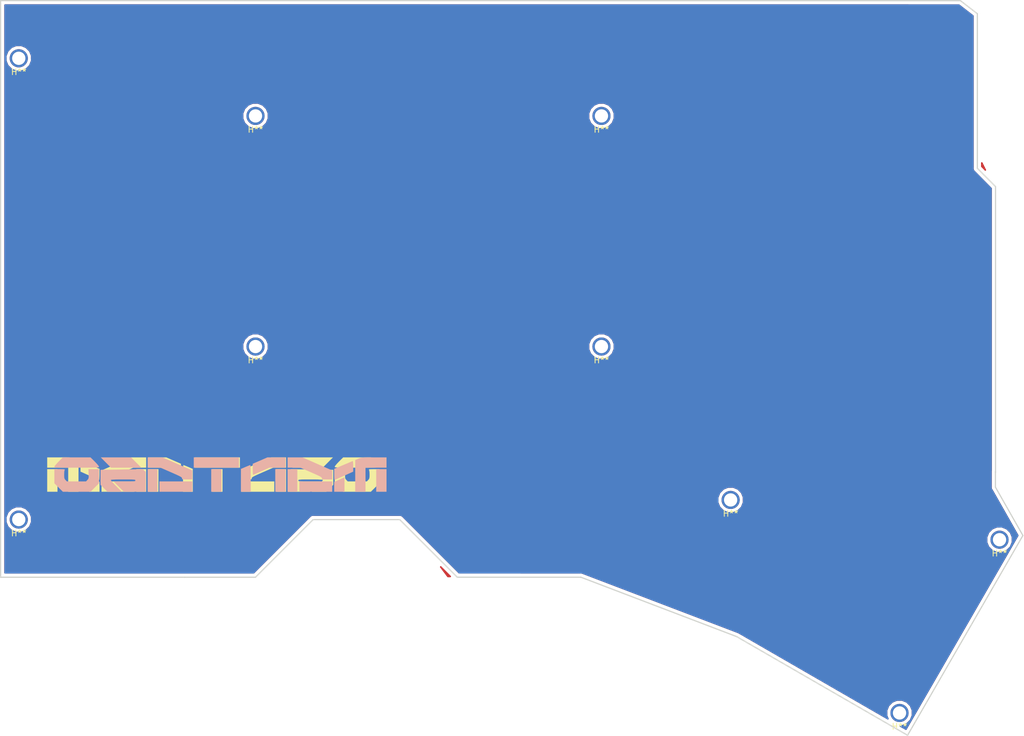
<source format=kicad_pcb>
(kicad_pcb (version 20171130) (host pcbnew "(5.0.0)")

  (general
    (thickness 1.6)
    (drawings 17)
    (tracks 0)
    (zones 0)
    (modules 11)
    (nets 1)
  )

  (page A4)
  (layers
    (0 F.Cu signal)
    (31 B.Cu signal)
    (32 B.Adhes user)
    (33 F.Adhes user)
    (34 B.Paste user)
    (35 F.Paste user)
    (36 B.SilkS user)
    (37 F.SilkS user)
    (38 B.Mask user)
    (39 F.Mask user)
    (40 Dwgs.User user)
    (41 Cmts.User user)
    (42 Eco1.User user)
    (43 Eco2.User user)
    (44 Edge.Cuts user)
    (45 Margin user)
    (46 B.CrtYd user)
    (47 F.CrtYd user)
    (48 B.Fab user)
    (49 F.Fab user)
  )

  (setup
    (last_trace_width 0.25)
    (trace_clearance 0.2)
    (zone_clearance 0.508)
    (zone_45_only no)
    (trace_min 0.2)
    (segment_width 0.2)
    (edge_width 0.15)
    (via_size 0.8)
    (via_drill 0.4)
    (via_min_size 0.4)
    (via_min_drill 0.3)
    (uvia_size 0.3)
    (uvia_drill 0.1)
    (uvias_allowed no)
    (uvia_min_size 0.2)
    (uvia_min_drill 0.1)
    (pcb_text_width 0.3)
    (pcb_text_size 1.5 1.5)
    (mod_edge_width 0.15)
    (mod_text_size 1 1)
    (mod_text_width 0.15)
    (pad_size 3 3)
    (pad_drill 2.2)
    (pad_to_mask_clearance 0.2)
    (aux_axis_origin 40.47435 33.3262)
    (visible_elements FFFFFF7F)
    (pcbplotparams
      (layerselection 0x010f0_ffffffff)
      (usegerberextensions false)
      (usegerberattributes false)
      (usegerberadvancedattributes false)
      (creategerberjobfile false)
      (excludeedgelayer true)
      (linewidth 0.150000)
      (plotframeref false)
      (viasonmask false)
      (mode 1)
      (useauxorigin false)
      (hpglpennumber 1)
      (hpglpenspeed 20)
      (hpglpendiameter 15.000000)
      (psnegative false)
      (psa4output false)
      (plotreference false)
      (plotvalue false)
      (plotinvisibletext false)
      (padsonsilk false)
      (subtractmaskfromsilk false)
      (outputformat 1)
      (mirror false)
      (drillshape 0)
      (scaleselection 1)
      (outputdirectory "BottomPlate/Bottom_gbr/"))
  )

  (net 0 "")

  (net_class Default "これはデフォルトのネット クラスです。"
    (clearance 0.2)
    (trace_width 0.25)
    (via_dia 0.8)
    (via_drill 0.4)
    (uvia_dia 0.3)
    (uvia_drill 0.1)
  )

  (module library:Manta60rogo (layer B.Cu) (tedit 0) (tstamp 5C4C491A)
    (at 76.2 111.91875 180)
    (fp_text reference G*** (at 0 0 180) (layer B.SilkS) hide
      (effects (font (size 1.524 1.524) (thickness 0.3)) (justify mirror))
    )
    (fp_text value LOGO (at 0.75 0 180) (layer B.SilkS) hide
      (effects (font (size 1.524 1.524) (thickness 0.3)) (justify mirror))
    )
    (fp_poly (pts (xy -26.331333 -2.54) (xy -28.024666 -2.54) (xy -28.024666 1.185333) (xy -26.331333 1.185333)
      (xy -26.331333 -2.54)) (layer B.SilkS) (width 0.01))
    (fp_poly (pts (xy -25.310577 3.132215) (xy -24.809792 3.129433) (xy -24.428779 3.122185) (xy -24.142757 3.108333)
      (xy -23.926945 3.085739) (xy -23.756561 3.052267) (xy -23.606827 3.005778) (xy -23.45296 2.944135)
      (xy -23.373581 2.909933) (xy -22.86 2.687199) (xy -22.86 -2.54) (xy -24.553333 -2.54)
      (xy -24.553333 1.439333) (xy -28.024666 1.439333) (xy -28.024666 3.132667) (xy -25.955914 3.132667)
      (xy -25.310577 3.132215)) (layer B.SilkS) (width 0.01))
    (fp_poly (pts (xy -20.8915 -0.247234) (xy -20.727311 -0.316124) (xy -20.459644 -0.433934) (xy -20.138705 -0.578483)
      (xy -20.044833 -0.621322) (xy -19.388666 -0.921699) (xy -19.388666 -2.54) (xy -21.082 -2.54)
      (xy -21.082 -0.173524) (xy -20.8915 -0.247234)) (layer B.SilkS) (width 0.01))
    (fp_poly (pts (xy -13.631333 -2.54) (xy -19.05 -2.54) (xy -19.05 -0.846667) (xy -13.631333 -0.846667)
      (xy -13.631333 -2.54)) (layer B.SilkS) (width 0.01))
    (fp_poly (pts (xy -11.684 -2.54) (xy -13.292666 -2.54) (xy -13.292666 1.185333) (xy -11.684 1.185333)
      (xy -11.684 -2.54)) (layer B.SilkS) (width 0.01))
    (fp_poly (pts (xy -9.652 -2.54) (xy -11.345333 -2.54) (xy -11.345333 1.185333) (xy -9.652 1.185333)
      (xy -9.652 -2.54)) (layer B.SilkS) (width 0.01))
    (fp_poly (pts (xy -5.425868 1.831237) (xy -5.208069 1.746837) (xy -4.910066 1.624295) (xy -4.723582 1.545167)
      (xy -3.983199 1.227667) (xy -3.981266 -0.656167) (xy -3.979333 -2.54) (xy -5.588 -2.54)
      (xy -5.588 -0.338667) (xy -5.585719 0.251887) (xy -5.579294 0.782582) (xy -5.569351 1.231188)
      (xy -5.556516 1.575477) (xy -5.541416 1.793219) (xy -5.525983 1.862667) (xy -5.425868 1.831237)) (layer B.SilkS) (width 0.01))
    (fp_poly (pts (xy 0.931334 -2.54) (xy -0.762 -2.54) (xy -0.762 1.185333) (xy 0.931334 1.185333)
      (xy 0.931334 -2.54)) (layer B.SilkS) (width 0.01))
    (fp_poly (pts (xy 9.482667 -2.54) (xy 4.064 -2.54) (xy 4.064 -0.846667) (xy 9.482667 -0.846667)
      (xy 9.482667 -2.54)) (layer B.SilkS) (width 0.01))
    (fp_poly (pts (xy 11.43 -2.54) (xy 9.821334 -2.54) (xy 9.821334 1.185333) (xy 11.43 1.185333)
      (xy 11.43 -2.54)) (layer B.SilkS) (width 0.01))
    (fp_poly (pts (xy 15.732196 1.129941) (xy 19.219334 1.07315) (xy 19.219334 -1.401541) (xy 18.645709 -1.970771)
      (xy 18.072084 -2.54) (xy 15.708555 -2.54) (xy 16.617277 -1.628451) (xy 16.93343 -1.304756)
      (xy 17.201753 -1.017528) (xy 17.401323 -0.790157) (xy 17.511218 -0.646036) (xy 17.526 -0.612451)
      (xy 17.485974 -0.577874) (xy 17.355721 -0.551215) (xy 17.119978 -0.531689) (xy 16.763482 -0.518512)
      (xy 16.270971 -0.510898) (xy 15.627182 -0.508063) (xy 15.494 -0.508) (xy 14.856632 -0.508484)
      (xy 14.368666 -0.511044) (xy 14.010172 -0.517341) (xy 13.761218 -0.529036) (xy 13.601875 -0.54779)
      (xy 13.512211 -0.575262) (xy 13.472297 -0.613115) (xy 13.462201 -0.66301) (xy 13.462 -0.677333)
      (xy 13.468367 -0.733376) (xy 13.50159 -0.775463) (xy 13.582851 -0.805589) (xy 13.733333 -0.825751)
      (xy 13.974217 -0.837942) (xy 14.326687 -0.84416) (xy 14.811924 -0.846398) (xy 15.259578 -0.846667)
      (xy 17.057157 -0.846667) (xy 16.213667 -1.693333) (xy 15.370177 -2.54) (xy 11.768667 -2.54)
      (xy 11.768667 0.730319) (xy 12.006863 0.958526) (xy 12.245059 1.186732) (xy 15.732196 1.129941)) (layer B.SilkS) (width 0.01))
    (fp_poly (pts (xy 21.181568 0.413534) (xy 21.171224 0.045306) (xy 21.177703 -0.196996) (xy 21.209781 -0.356585)
      (xy 21.276231 -0.476678) (xy 21.385829 -0.600489) (xy 21.387908 -0.60266) (xy 21.621681 -0.846667)
      (xy 24.775653 -0.846667) (xy 25.00316 -0.6092) (xy 25.118188 -0.474133) (xy 25.1863 -0.334055)
      (xy 25.219582 -0.140402) (xy 25.230115 0.155395) (xy 25.230667 0.3052) (xy 25.217506 0.685139)
      (xy 25.180728 0.956411) (xy 25.129067 1.083733) (xy 25.118964 1.129969) (xy 25.211757 1.160568)
      (xy 25.427419 1.178055) (xy 25.785923 1.184951) (xy 25.9334 1.185333) (xy 26.839334 1.185333)
      (xy 26.839334 -1.146738) (xy 26.139065 -1.843369) (xy 25.438797 -2.54) (xy 20.866595 -2.54)
      (xy 20.169964 -1.839731) (xy 19.473334 -1.139463) (xy 19.473334 1.185333) (xy 20.341167 1.185528)
      (xy 21.209 1.185722) (xy 21.181568 0.413534)) (layer B.SilkS) (width 0.01))
    (fp_poly (pts (xy -22.353119 2.485553) (xy -22.125498 2.390071) (xy -21.792648 2.25012) (xy -21.379965 2.076378)
      (xy -20.912841 1.879523) (xy -20.883785 1.867272) (xy -19.388666 1.236877) (xy -19.388666 0.322105)
      (xy -19.394134 -0.047536) (xy -19.408946 -0.3441) (xy -19.430716 -0.533496) (xy -19.452166 -0.584911)
      (xy -19.545597 -0.549079) (xy -19.76841 -0.453825) (xy -20.095921 -0.309999) (xy -20.503449 -0.128451)
      (xy -20.966312 0.079969) (xy -21.0185 0.103597) (xy -22.521333 0.78435) (xy -22.521333 1.66923)
      (xy -22.515033 2.029574) (xy -22.497995 2.313618) (xy -22.47301 2.487784) (xy -22.450118 2.525889)
      (xy -22.353119 2.485553)) (layer B.SilkS) (width 0.01))
    (fp_poly (pts (xy -11.684 1.439333) (xy -13.795195 1.439333) (xy -15.575931 0.660575) (xy -16.152074 0.407011)
      (xy -16.590442 0.209156) (xy -16.909326 0.057012) (xy -17.127014 -0.059422) (xy -17.261796 -0.150147)
      (xy -17.331962 -0.225162) (xy -17.3558 -0.294469) (xy -17.356666 -0.313092) (xy -17.363849 -0.40157)
      (xy -17.40599 -0.458179) (xy -17.513977 -0.490028) (xy -17.7187 -0.504229) (xy -18.051047 -0.507891)
      (xy -18.203333 -0.508) (xy -19.05 -0.508) (xy -19.049985 0.232833) (xy -19.04997 0.973667)
      (xy -16.586824 2.053167) (xy -14.123677 3.132667) (xy -11.684 3.132667) (xy -11.684 1.439333)) (layer B.SilkS) (width 0.01))
    (fp_poly (pts (xy 11.43 1.439333) (xy 9.318805 1.439333) (xy 7.538069 0.660575) (xy 6.961926 0.407011)
      (xy 6.523558 0.209156) (xy 6.204674 0.057012) (xy 5.986986 -0.059422) (xy 5.852204 -0.150147)
      (xy 5.782038 -0.225162) (xy 5.7582 -0.294469) (xy 5.757334 -0.313092) (xy 5.750151 -0.40157)
      (xy 5.70801 -0.458179) (xy 5.600023 -0.490028) (xy 5.3953 -0.504229) (xy 5.062953 -0.507891)
      (xy 4.910667 -0.508) (xy 4.064 -0.508) (xy 4.064015 0.232833) (xy 4.06403 0.973667)
      (xy 6.527176 2.053167) (xy 8.990323 3.132667) (xy 11.43 3.132667) (xy 11.43 1.439333)) (layer B.SilkS) (width 0.01))
    (fp_poly (pts (xy -5.929182 2.074333) (xy -5.927924 1.164167) (xy -5.932909 0.795415) (xy -5.947381 0.499703)
      (xy -5.968982 0.311254) (xy -5.990166 0.260746) (xy -6.084896 0.29599) (xy -6.307234 0.389348)
      (xy -6.630446 0.529277) (xy -7.027798 0.704233) (xy -7.362679 0.853413) (xy -8.671692 1.439333)
      (xy -11.345333 1.439333) (xy -11.345333 3.132667) (xy -8.359892 3.132667) (xy -5.929182 2.074333)) (layer B.SilkS) (width 0.01))
    (fp_poly (pts (xy 3.81 1.439333) (xy -3.640666 1.439333) (xy -3.640666 3.132667) (xy 3.81 3.132667)
      (xy 3.81 1.439333)) (layer B.SilkS) (width 0.01))
    (fp_poly (pts (xy 18.330334 2.286) (xy 17.486844 1.439333) (xy 12.49151 1.439333) (xy 14.17849 3.132667)
      (xy 19.173823 3.132667) (xy 18.330334 2.286)) (layer B.SilkS) (width 0.01))
    (fp_poly (pts (xy 26.142703 2.432398) (xy 26.418115 2.143552) (xy 26.642122 1.885783) (xy 26.790485 1.688551)
      (xy 26.839334 1.585732) (xy 26.830272 1.550453) (xy 26.793293 1.52132) (xy 26.713702 1.497751)
      (xy 26.576805 1.47916) (xy 26.367908 1.464964) (xy 26.072318 1.454578) (xy 25.67534 1.447419)
      (xy 25.162282 1.442902) (xy 24.518448 1.440444) (xy 23.729146 1.43946) (xy 23.156334 1.439333)
      (xy 22.269491 1.439661) (xy 21.537251 1.441042) (xy 20.944883 1.444078) (xy 20.477657 1.449369)
      (xy 20.120841 1.457515) (xy 19.859706 1.469115) (xy 19.679521 1.48477) (xy 19.565555 1.50508)
      (xy 19.503079 1.530644) (xy 19.477361 1.562064) (xy 19.473334 1.589369) (xy 19.530739 1.705806)
      (xy 19.686701 1.909209) (xy 19.916838 2.1701) (xy 20.173602 2.436036) (xy 20.87387 3.132667)
      (xy 25.446072 3.132667) (xy 26.142703 2.432398)) (layer B.SilkS) (width 0.01))
  )

  (module library:HOLE (layer F.Cu) (tedit 5C4C459C) (tstamp 5C4C48E9)
    (at 205.49435 122.3862)
    (fp_text reference H** (at 0 2.25) (layer F.SilkS)
      (effects (font (size 1 1) (thickness 0.15)))
    )
    (fp_text value HOLE (at -0.25 -2.25) (layer F.Fab)
      (effects (font (size 1 1) (thickness 0.15)))
    )
    (pad "" thru_hole circle (at 0 0) (size 3 3) (drill 2.2) (layers *.Cu *.Mask))
  )

  (module library:HOLE (layer F.Cu) (tedit 5C4C459C) (tstamp 5C4C48E1)
    (at 82.58435 90.4762)
    (fp_text reference H** (at 0 2.25) (layer F.SilkS)
      (effects (font (size 1 1) (thickness 0.15)))
    )
    (fp_text value HOLE (at -0.25 -2.25) (layer F.Fab)
      (effects (font (size 1 1) (thickness 0.15)))
    )
    (pad "" thru_hole circle (at 0 0) (size 3 3) (drill 2.2) (layers *.Cu *.Mask))
  )

  (module library:HOLE (layer F.Cu) (tedit 5C4C459C) (tstamp 5C4C48D9)
    (at 188.97435 151.0062)
    (fp_text reference H** (at 0 2.25) (layer F.SilkS)
      (effects (font (size 1 1) (thickness 0.15)))
    )
    (fp_text value HOLE (at -0.25 -2.25) (layer F.Fab)
      (effects (font (size 1 1) (thickness 0.15)))
    )
    (pad "" thru_hole circle (at 0 0) (size 3 3) (drill 2.2) (layers *.Cu *.Mask))
  )

  (module library:HOLE (layer F.Cu) (tedit 5C4C459C) (tstamp 5C4C48D1)
    (at 139.73435 90.4762)
    (fp_text reference H** (at 0 2.25) (layer F.SilkS)
      (effects (font (size 1 1) (thickness 0.15)))
    )
    (fp_text value HOLE (at -0.25 -2.25) (layer F.Fab)
      (effects (font (size 1 1) (thickness 0.15)))
    )
    (pad "" thru_hole circle (at 0 0) (size 3 3) (drill 2.2) (layers *.Cu *.Mask))
  )

  (module library:HOLE (layer F.Cu) (tedit 5C4C459C) (tstamp 5C4C48C9)
    (at 161.07435 115.8162)
    (fp_text reference H** (at 0 2.25) (layer F.SilkS)
      (effects (font (size 1 1) (thickness 0.15)))
    )
    (fp_text value HOLE (at -0.25 -2.25) (layer F.Fab)
      (effects (font (size 1 1) (thickness 0.15)))
    )
    (pad "" thru_hole circle (at 0 0) (size 3 3) (drill 2.2) (layers *.Cu *.Mask))
  )

  (module library:HOLE (layer F.Cu) (tedit 5C4C459C) (tstamp 5C4C48C1)
    (at 139.73435 52.3762)
    (fp_text reference H** (at 0 2.25) (layer F.SilkS)
      (effects (font (size 1 1) (thickness 0.15)))
    )
    (fp_text value HOLE (at -0.25 -2.25) (layer F.Fab)
      (effects (font (size 1 1) (thickness 0.15)))
    )
    (pad "" thru_hole circle (at 0 0) (size 3 3) (drill 2.2) (layers *.Cu *.Mask))
  )

  (module library:HOLE (layer F.Cu) (tedit 5C4C459C) (tstamp 5C4C48B9)
    (at 82.58435 52.3762)
    (fp_text reference H** (at 0 2.25) (layer F.SilkS)
      (effects (font (size 1 1) (thickness 0.15)))
    )
    (fp_text value HOLE (at -0.25 -2.25) (layer F.Fab)
      (effects (font (size 1 1) (thickness 0.15)))
    )
    (pad "" thru_hole circle (at 0 0) (size 3 3) (drill 2.2) (layers *.Cu *.Mask))
  )

  (module library:HOLE (layer F.Cu) (tedit 5C4C459C) (tstamp 5C4C48B1)
    (at 43.47435 42.8562)
    (fp_text reference H** (at 0 2.25) (layer F.SilkS)
      (effects (font (size 1 1) (thickness 0.15)))
    )
    (fp_text value HOLE (at -0.25 -2.25) (layer F.Fab)
      (effects (font (size 1 1) (thickness 0.15)))
    )
    (pad "" thru_hole circle (at 0 0) (size 3 3) (drill 2.2) (layers *.Cu *.Mask))
  )

  (module library:Manta60rogo (layer F.Cu) (tedit 0) (tstamp 5C4C4867)
    (at 76.2 111.91875)
    (fp_text reference G*** (at 0 0) (layer F.SilkS) hide
      (effects (font (size 1.524 1.524) (thickness 0.3)))
    )
    (fp_text value LOGO (at 0.75 0) (layer F.SilkS) hide
      (effects (font (size 1.524 1.524) (thickness 0.3)))
    )
    (fp_poly (pts (xy 26.142703 -2.432398) (xy 26.418115 -2.143552) (xy 26.642122 -1.885783) (xy 26.790485 -1.688551)
      (xy 26.839334 -1.585732) (xy 26.830272 -1.550453) (xy 26.793293 -1.52132) (xy 26.713702 -1.497751)
      (xy 26.576805 -1.47916) (xy 26.367908 -1.464964) (xy 26.072318 -1.454578) (xy 25.67534 -1.447419)
      (xy 25.162282 -1.442902) (xy 24.518448 -1.440444) (xy 23.729146 -1.43946) (xy 23.156334 -1.439333)
      (xy 22.269491 -1.439661) (xy 21.537251 -1.441042) (xy 20.944883 -1.444078) (xy 20.477657 -1.449369)
      (xy 20.120841 -1.457515) (xy 19.859706 -1.469115) (xy 19.679521 -1.48477) (xy 19.565555 -1.50508)
      (xy 19.503079 -1.530644) (xy 19.477361 -1.562064) (xy 19.473334 -1.589369) (xy 19.530739 -1.705806)
      (xy 19.686701 -1.909209) (xy 19.916838 -2.1701) (xy 20.173602 -2.436036) (xy 20.87387 -3.132667)
      (xy 25.446072 -3.132667) (xy 26.142703 -2.432398)) (layer F.SilkS) (width 0.01))
    (fp_poly (pts (xy 18.330334 -2.286) (xy 17.486844 -1.439333) (xy 12.49151 -1.439333) (xy 14.17849 -3.132667)
      (xy 19.173823 -3.132667) (xy 18.330334 -2.286)) (layer F.SilkS) (width 0.01))
    (fp_poly (pts (xy 3.81 -1.439333) (xy -3.640666 -1.439333) (xy -3.640666 -3.132667) (xy 3.81 -3.132667)
      (xy 3.81 -1.439333)) (layer F.SilkS) (width 0.01))
    (fp_poly (pts (xy -5.929182 -2.074333) (xy -5.927924 -1.164167) (xy -5.932909 -0.795415) (xy -5.947381 -0.499703)
      (xy -5.968982 -0.311254) (xy -5.990166 -0.260746) (xy -6.084896 -0.29599) (xy -6.307234 -0.389348)
      (xy -6.630446 -0.529277) (xy -7.027798 -0.704233) (xy -7.362679 -0.853413) (xy -8.671692 -1.439333)
      (xy -11.345333 -1.439333) (xy -11.345333 -3.132667) (xy -8.359892 -3.132667) (xy -5.929182 -2.074333)) (layer F.SilkS) (width 0.01))
    (fp_poly (pts (xy 11.43 -1.439333) (xy 9.318805 -1.439333) (xy 7.538069 -0.660575) (xy 6.961926 -0.407011)
      (xy 6.523558 -0.209156) (xy 6.204674 -0.057012) (xy 5.986986 0.059422) (xy 5.852204 0.150147)
      (xy 5.782038 0.225162) (xy 5.7582 0.294469) (xy 5.757334 0.313092) (xy 5.750151 0.40157)
      (xy 5.70801 0.458179) (xy 5.600023 0.490028) (xy 5.3953 0.504229) (xy 5.062953 0.507891)
      (xy 4.910667 0.508) (xy 4.064 0.508) (xy 4.064015 -0.232833) (xy 4.06403 -0.973667)
      (xy 6.527176 -2.053167) (xy 8.990323 -3.132667) (xy 11.43 -3.132667) (xy 11.43 -1.439333)) (layer F.SilkS) (width 0.01))
    (fp_poly (pts (xy -11.684 -1.439333) (xy -13.795195 -1.439333) (xy -15.575931 -0.660575) (xy -16.152074 -0.407011)
      (xy -16.590442 -0.209156) (xy -16.909326 -0.057012) (xy -17.127014 0.059422) (xy -17.261796 0.150147)
      (xy -17.331962 0.225162) (xy -17.3558 0.294469) (xy -17.356666 0.313092) (xy -17.363849 0.40157)
      (xy -17.40599 0.458179) (xy -17.513977 0.490028) (xy -17.7187 0.504229) (xy -18.051047 0.507891)
      (xy -18.203333 0.508) (xy -19.05 0.508) (xy -19.049985 -0.232833) (xy -19.04997 -0.973667)
      (xy -16.586824 -2.053167) (xy -14.123677 -3.132667) (xy -11.684 -3.132667) (xy -11.684 -1.439333)) (layer F.SilkS) (width 0.01))
    (fp_poly (pts (xy -22.353119 -2.485553) (xy -22.125498 -2.390071) (xy -21.792648 -2.25012) (xy -21.379965 -2.076378)
      (xy -20.912841 -1.879523) (xy -20.883785 -1.867272) (xy -19.388666 -1.236877) (xy -19.388666 -0.322105)
      (xy -19.394134 0.047536) (xy -19.408946 0.3441) (xy -19.430716 0.533496) (xy -19.452166 0.584911)
      (xy -19.545597 0.549079) (xy -19.76841 0.453825) (xy -20.095921 0.309999) (xy -20.503449 0.128451)
      (xy -20.966312 -0.079969) (xy -21.0185 -0.103597) (xy -22.521333 -0.78435) (xy -22.521333 -1.66923)
      (xy -22.515033 -2.029574) (xy -22.497995 -2.313618) (xy -22.47301 -2.487784) (xy -22.450118 -2.525889)
      (xy -22.353119 -2.485553)) (layer F.SilkS) (width 0.01))
    (fp_poly (pts (xy 21.181568 -0.413534) (xy 21.171224 -0.045306) (xy 21.177703 0.196996) (xy 21.209781 0.356585)
      (xy 21.276231 0.476678) (xy 21.385829 0.600489) (xy 21.387908 0.60266) (xy 21.621681 0.846667)
      (xy 24.775653 0.846667) (xy 25.00316 0.6092) (xy 25.118188 0.474133) (xy 25.1863 0.334055)
      (xy 25.219582 0.140402) (xy 25.230115 -0.155395) (xy 25.230667 -0.3052) (xy 25.217506 -0.685139)
      (xy 25.180728 -0.956411) (xy 25.129067 -1.083733) (xy 25.118964 -1.129969) (xy 25.211757 -1.160568)
      (xy 25.427419 -1.178055) (xy 25.785923 -1.184951) (xy 25.9334 -1.185333) (xy 26.839334 -1.185333)
      (xy 26.839334 1.146738) (xy 26.139065 1.843369) (xy 25.438797 2.54) (xy 20.866595 2.54)
      (xy 20.169964 1.839731) (xy 19.473334 1.139463) (xy 19.473334 -1.185333) (xy 20.341167 -1.185528)
      (xy 21.209 -1.185722) (xy 21.181568 -0.413534)) (layer F.SilkS) (width 0.01))
    (fp_poly (pts (xy 15.732196 -1.129941) (xy 19.219334 -1.07315) (xy 19.219334 1.401541) (xy 18.645709 1.970771)
      (xy 18.072084 2.54) (xy 15.708555 2.54) (xy 16.617277 1.628451) (xy 16.93343 1.304756)
      (xy 17.201753 1.017528) (xy 17.401323 0.790157) (xy 17.511218 0.646036) (xy 17.526 0.612451)
      (xy 17.485974 0.577874) (xy 17.355721 0.551215) (xy 17.119978 0.531689) (xy 16.763482 0.518512)
      (xy 16.270971 0.510898) (xy 15.627182 0.508063) (xy 15.494 0.508) (xy 14.856632 0.508484)
      (xy 14.368666 0.511044) (xy 14.010172 0.517341) (xy 13.761218 0.529036) (xy 13.601875 0.54779)
      (xy 13.512211 0.575262) (xy 13.472297 0.613115) (xy 13.462201 0.66301) (xy 13.462 0.677333)
      (xy 13.468367 0.733376) (xy 13.50159 0.775463) (xy 13.582851 0.805589) (xy 13.733333 0.825751)
      (xy 13.974217 0.837942) (xy 14.326687 0.84416) (xy 14.811924 0.846398) (xy 15.259578 0.846667)
      (xy 17.057157 0.846667) (xy 16.213667 1.693333) (xy 15.370177 2.54) (xy 11.768667 2.54)
      (xy 11.768667 -0.730319) (xy 12.006863 -0.958526) (xy 12.245059 -1.186732) (xy 15.732196 -1.129941)) (layer F.SilkS) (width 0.01))
    (fp_poly (pts (xy 11.43 2.54) (xy 9.821334 2.54) (xy 9.821334 -1.185333) (xy 11.43 -1.185333)
      (xy 11.43 2.54)) (layer F.SilkS) (width 0.01))
    (fp_poly (pts (xy 9.482667 2.54) (xy 4.064 2.54) (xy 4.064 0.846667) (xy 9.482667 0.846667)
      (xy 9.482667 2.54)) (layer F.SilkS) (width 0.01))
    (fp_poly (pts (xy 0.931334 2.54) (xy -0.762 2.54) (xy -0.762 -1.185333) (xy 0.931334 -1.185333)
      (xy 0.931334 2.54)) (layer F.SilkS) (width 0.01))
    (fp_poly (pts (xy -5.425868 -1.831237) (xy -5.208069 -1.746837) (xy -4.910066 -1.624295) (xy -4.723582 -1.545167)
      (xy -3.983199 -1.227667) (xy -3.981266 0.656167) (xy -3.979333 2.54) (xy -5.588 2.54)
      (xy -5.588 0.338667) (xy -5.585719 -0.251887) (xy -5.579294 -0.782582) (xy -5.569351 -1.231188)
      (xy -5.556516 -1.575477) (xy -5.541416 -1.793219) (xy -5.525983 -1.862667) (xy -5.425868 -1.831237)) (layer F.SilkS) (width 0.01))
    (fp_poly (pts (xy -9.652 2.54) (xy -11.345333 2.54) (xy -11.345333 -1.185333) (xy -9.652 -1.185333)
      (xy -9.652 2.54)) (layer F.SilkS) (width 0.01))
    (fp_poly (pts (xy -11.684 2.54) (xy -13.292666 2.54) (xy -13.292666 -1.185333) (xy -11.684 -1.185333)
      (xy -11.684 2.54)) (layer F.SilkS) (width 0.01))
    (fp_poly (pts (xy -13.631333 2.54) (xy -19.05 2.54) (xy -19.05 0.846667) (xy -13.631333 0.846667)
      (xy -13.631333 2.54)) (layer F.SilkS) (width 0.01))
    (fp_poly (pts (xy -20.8915 0.247234) (xy -20.727311 0.316124) (xy -20.459644 0.433934) (xy -20.138705 0.578483)
      (xy -20.044833 0.621322) (xy -19.388666 0.921699) (xy -19.388666 2.54) (xy -21.082 2.54)
      (xy -21.082 0.173524) (xy -20.8915 0.247234)) (layer F.SilkS) (width 0.01))
    (fp_poly (pts (xy -25.310577 -3.132215) (xy -24.809792 -3.129433) (xy -24.428779 -3.122185) (xy -24.142757 -3.108333)
      (xy -23.926945 -3.085739) (xy -23.756561 -3.052267) (xy -23.606827 -3.005778) (xy -23.45296 -2.944135)
      (xy -23.373581 -2.909933) (xy -22.86 -2.687199) (xy -22.86 2.54) (xy -24.553333 2.54)
      (xy -24.553333 -1.439333) (xy -28.024666 -1.439333) (xy -28.024666 -3.132667) (xy -25.955914 -3.132667)
      (xy -25.310577 -3.132215)) (layer F.SilkS) (width 0.01))
    (fp_poly (pts (xy -26.331333 2.54) (xy -28.024666 2.54) (xy -28.024666 -1.185333) (xy -26.331333 -1.185333)
      (xy -26.331333 2.54)) (layer F.SilkS) (width 0.01))
  )

  (module library:HOLE (layer F.Cu) (tedit 5C4C459C) (tstamp 5C4C48A1)
    (at 43.47435 119.0562)
    (fp_text reference H** (at 0 2.25) (layer F.SilkS)
      (effects (font (size 1 1) (thickness 0.15)))
    )
    (fp_text value HOLE (at -0.25 -2.25) (layer F.Fab)
      (effects (font (size 1 1) (thickness 0.15)))
    )
    (pad "" thru_hole circle (at 0 0) (size 3 3) (drill 2.2) (layers *.Cu *.Mask))
  )

  (gr_line (start 115.91745 128.5815) (end 136.34645 128.5865) (layer Edge.Cuts) (width 0.2))
  (gr_line (start 40.47435 33.3262) (end 40.47435 128.5865) (layer Edge.Cuts) (width 0.2))
  (gr_line (start 82.57935 128.5865) (end 92.10935 119.0565) (layer Edge.Cuts) (width 0.2))
  (gr_line (start 190.30345 154.6945) (end 209.35845 121.6905) (layer Edge.Cuts) (width 0.2))
  (gr_line (start 115.91745 128.5815) (end 106.40645 119.0625) (layer Edge.Cuts) (width 0.2))
  (gr_line (start 136.34645 128.5865) (end 162.09545 138.4025) (layer Edge.Cuts) (width 0.2))
  (gr_line (start 204.83445 64.0565) (end 201.83445 61.0235) (layer Edge.Cuts) (width 0.2))
  (gr_line (start 40.47435 33.3262) (end 199.04045 33.3375) (layer Edge.Cuts) (width 0.2))
  (gr_line (start 162.09245 138.4065) (end 190.30345 154.6945) (layer Edge.Cuts) (width 0.2))
  (gr_line (start 201.83445 61.0235) (end 201.83445 35.4965) (layer Edge.Cuts) (width 0.2))
  (gr_line (start 204.83445 113.7285) (end 209.35845 121.6905) (layer Edge.Cuts) (width 0.2))
  (gr_line (start 201.83445 35.4965) (end 199.04045 33.3375) (layer Edge.Cuts) (width 0.2))
  (gr_line (start 204.83445 111.305699) (end 204.83445 64.0565) (layer Edge.Cuts) (width 0.2))
  (gr_line (start 92.10675 119.0625) (end 106.40645 119.0625) (layer Edge.Cuts) (width 0.2))
  (gr_line (start 204.81945 113.7285) (end 204.81945 111.1245) (layer Edge.Cuts) (width 0.2))
  (gr_line (start 70.89765 128.5875) (end 82.58165 128.5875) (layer Edge.Cuts) (width 0.2))
  (gr_line (start 40.48125 128.5875) (end 70.89765 128.5875) (layer Edge.Cuts) (width 0.2))

  (zone (net 0) (net_name "") (layer F.Cu) (tstamp 5C4C4997) (hatch edge 0.508)
    (connect_pads (clearance 0.508))
    (min_thickness 0.254)
    (fill yes (arc_segments 16) (thermal_gap 0.508) (thermal_bridge_width 0.508))
    (polygon
      (pts
        (xy 40.48125 33.3375) (xy 200.025 33.3375) (xy 202.40625 35.71875) (xy 202.40625 59.53125) (xy 204.7875 64.29375)
        (xy 204.7875 114.3) (xy 209.55 121.44375) (xy 190.5 154.78125) (xy 161.925 138.1125) (xy 135.73125 128.5875)
        (xy 114.3 128.5875) (xy 107.15625 119.0625) (xy 92.86875 119.0625) (xy 83.34375 128.5875) (xy 40.48125 128.5875)
      )
    )
    (filled_polygon
      (pts
        (xy 198.789538 34.072482) (xy 201.099451 35.857415) (xy 201.09945 60.949085) (xy 201.085063 61.019401) (xy 201.09945 61.093855)
        (xy 201.09945 61.095887) (xy 201.113198 61.165001) (xy 201.140538 61.30649) (xy 201.141688 61.308232) (xy 201.142096 61.310282)
        (xy 201.222283 61.430291) (xy 201.260987 61.488907) (xy 201.262411 61.490346) (xy 201.304545 61.553405) (xy 201.364229 61.593284)
        (xy 204.099451 64.358596) (xy 204.09945 110.976707) (xy 204.084451 111.052112) (xy 204.08445 113.800887) (xy 204.127096 114.015282)
        (xy 204.289545 114.258405) (xy 204.290568 114.259089) (xy 208.511429 121.687581) (xy 190.034428 153.690466) (xy 189.083093 153.1412)
        (xy 189.399028 153.1412) (xy 189.41858 153.133101) (xy 189.439737 153.132697) (xy 190.148932 152.838939) (xy 190.15422 152.828389)
        (xy 190.18373 152.816166) (xy 190.784316 152.21558) (xy 190.796539 152.18607) (xy 190.807089 152.180782) (xy 190.954627 151.804412)
        (xy 191.10935 151.430878) (xy 191.10935 151.409714) (xy 191.117073 151.390013) (xy 191.10935 150.985824) (xy 191.10935 150.581522)
        (xy 191.101251 150.56197) (xy 191.100847 150.540813) (xy 190.807089 149.831618) (xy 190.796539 149.82633) (xy 190.784316 149.79682)
        (xy 190.18373 149.196234) (xy 190.15422 149.184011) (xy 190.148932 149.173461) (xy 189.772562 149.025923) (xy 189.399028 148.8712)
        (xy 189.377864 148.8712) (xy 189.358163 148.863477) (xy 188.953974 148.8712) (xy 188.549672 148.8712) (xy 188.53012 148.879299)
        (xy 188.508963 148.879703) (xy 187.799768 149.173461) (xy 187.79448 149.184011) (xy 187.76497 149.196234) (xy 187.164384 149.79682)
        (xy 187.152161 149.82633) (xy 187.141611 149.831618) (xy 186.994073 150.207988) (xy 186.83935 150.581522) (xy 186.83935 150.602686)
        (xy 186.831627 150.622387) (xy 186.83935 151.026576) (xy 186.83935 151.430878) (xy 186.847449 151.45043) (xy 186.847853 151.471587)
        (xy 187.054221 151.969804) (xy 162.588543 137.844217) (xy 162.424906 137.741498) (xy 136.685882 127.929301) (xy 136.633402 127.894217)
        (xy 136.550578 127.877721) (xy 136.540626 127.873927) (xy 136.479659 127.863596) (xy 136.419018 127.851518) (xy 136.408368 127.851515)
        (xy 136.325104 127.837406) (xy 136.263566 127.85148) (xy 116.222153 127.846575) (xy 110.382876 122.002387) (xy 203.351627 122.002387)
        (xy 203.35935 122.406576) (xy 203.35935 122.810878) (xy 203.367449 122.83043) (xy 203.367853 122.851587) (xy 203.661611 123.560782)
        (xy 203.672161 123.56607) (xy 203.684384 123.59558) (xy 204.28497 124.196166) (xy 204.31448 124.208389) (xy 204.319768 124.218939)
        (xy 204.696138 124.366477) (xy 205.069672 124.5212) (xy 205.090836 124.5212) (xy 205.110537 124.528923) (xy 205.514726 124.5212)
        (xy 205.919028 124.5212) (xy 205.93858 124.513101) (xy 205.959737 124.512697) (xy 206.668932 124.218939) (xy 206.67422 124.208389)
        (xy 206.70373 124.196166) (xy 207.304316 123.59558) (xy 207.316539 123.56607) (xy 207.327089 123.560782) (xy 207.474627 123.184412)
        (xy 207.62935 122.810878) (xy 207.62935 122.789714) (xy 207.637073 122.770013) (xy 207.62935 122.365824) (xy 207.62935 121.961522)
        (xy 207.621251 121.94197) (xy 207.620847 121.920813) (xy 207.327089 121.211618) (xy 207.316539 121.20633) (xy 207.304316 121.17682)
        (xy 206.70373 120.576234) (xy 206.67422 120.564011) (xy 206.668932 120.553461) (xy 206.292562 120.405923) (xy 205.919028 120.2512)
        (xy 205.897864 120.2512) (xy 205.878163 120.243477) (xy 205.473974 120.2512) (xy 205.069672 120.2512) (xy 205.05012 120.259299)
        (xy 205.028963 120.259703) (xy 204.319768 120.553461) (xy 204.31448 120.564011) (xy 204.28497 120.576234) (xy 203.684384 121.17682)
        (xy 203.672161 121.20633) (xy 203.661611 121.211618) (xy 203.514073 121.587988) (xy 203.35935 121.961522) (xy 203.35935 121.982686)
        (xy 203.351627 122.002387) (xy 110.382876 122.002387) (xy 106.977448 118.594095) (xy 106.936355 118.532595) (xy 106.813498 118.450505)
        (xy 106.693523 118.370267) (xy 106.693368 118.370236) (xy 106.693233 118.370146) (xy 106.548323 118.341322) (xy 106.406765 118.313102)
        (xy 106.334222 118.3275) (xy 92.211898 118.3275) (xy 92.109349 118.307102) (xy 91.822567 118.364146) (xy 91.640812 118.485591)
        (xy 91.627966 118.498437) (xy 91.576845 118.532595) (xy 91.542687 118.583716) (xy 82.273904 127.8525) (xy 41.20935 127.8525)
        (xy 41.20935 118.672387) (xy 41.331627 118.672387) (xy 41.33935 119.076576) (xy 41.33935 119.480878) (xy 41.347449 119.50043)
        (xy 41.347853 119.521587) (xy 41.641611 120.230782) (xy 41.652161 120.23607) (xy 41.664384 120.26558) (xy 42.26497 120.866166)
        (xy 42.29448 120.878389) (xy 42.299768 120.888939) (xy 42.676138 121.036477) (xy 43.049672 121.1912) (xy 43.070836 121.1912)
        (xy 43.090537 121.198923) (xy 43.494726 121.1912) (xy 43.899028 121.1912) (xy 43.91858 121.183101) (xy 43.939737 121.182697)
        (xy 44.648932 120.888939) (xy 44.65422 120.878389) (xy 44.68373 120.866166) (xy 45.284316 120.26558) (xy 45.296539 120.23607)
        (xy 45.307089 120.230782) (xy 45.454627 119.854412) (xy 45.60935 119.480878) (xy 45.60935 119.459714) (xy 45.617073 119.440013)
        (xy 45.60935 119.035824) (xy 45.60935 118.631522) (xy 45.601251 118.61197) (xy 45.600847 118.590813) (xy 45.307089 117.881618)
        (xy 45.296539 117.87633) (xy 45.284316 117.84682) (xy 44.68373 117.246234) (xy 44.65422 117.234011) (xy 44.648932 117.223461)
        (xy 44.272562 117.075923) (xy 43.899028 116.9212) (xy 43.877864 116.9212) (xy 43.858163 116.913477) (xy 43.453974 116.9212)
        (xy 43.049672 116.9212) (xy 43.03012 116.929299) (xy 43.008963 116.929703) (xy 42.299768 117.223461) (xy 42.29448 117.234011)
        (xy 42.26497 117.246234) (xy 41.664384 117.84682) (xy 41.652161 117.87633) (xy 41.641611 117.881618) (xy 41.494073 118.257988)
        (xy 41.33935 118.631522) (xy 41.33935 118.652686) (xy 41.331627 118.672387) (xy 41.20935 118.672387) (xy 41.20935 115.432387)
        (xy 158.931627 115.432387) (xy 158.93935 115.836576) (xy 158.93935 116.240878) (xy 158.947449 116.26043) (xy 158.947853 116.281587)
        (xy 159.241611 116.990782) (xy 159.252161 116.99607) (xy 159.264384 117.02558) (xy 159.86497 117.626166) (xy 159.89448 117.638389)
        (xy 159.899768 117.648939) (xy 160.276138 117.796477) (xy 160.649672 117.9512) (xy 160.670836 117.9512) (xy 160.690537 117.958923)
        (xy 161.094726 117.9512) (xy 161.499028 117.9512) (xy 161.51858 117.943101) (xy 161.539737 117.942697) (xy 162.248932 117.648939)
        (xy 162.25422 117.638389) (xy 162.28373 117.626166) (xy 162.884316 117.02558) (xy 162.896539 116.99607) (xy 162.907089 116.990782)
        (xy 163.054627 116.614412) (xy 163.20935 116.240878) (xy 163.20935 116.219714) (xy 163.217073 116.200013) (xy 163.20935 115.795824)
        (xy 163.20935 115.391522) (xy 163.201251 115.37197) (xy 163.200847 115.350813) (xy 162.907089 114.641618) (xy 162.896539 114.63633)
        (xy 162.884316 114.60682) (xy 162.28373 114.006234) (xy 162.25422 113.994011) (xy 162.248932 113.983461) (xy 161.872562 113.835923)
        (xy 161.499028 113.6812) (xy 161.477864 113.6812) (xy 161.458163 113.673477) (xy 161.053974 113.6812) (xy 160.649672 113.6812)
        (xy 160.63012 113.689299) (xy 160.608963 113.689703) (xy 159.899768 113.983461) (xy 159.89448 113.994011) (xy 159.86497 114.006234)
        (xy 159.264384 114.60682) (xy 159.252161 114.63633) (xy 159.241611 114.641618) (xy 159.094073 115.017988) (xy 158.93935 115.391522)
        (xy 158.93935 115.412686) (xy 158.931627 115.432387) (xy 41.20935 115.432387) (xy 41.20935 90.092387) (xy 80.441627 90.092387)
        (xy 80.44935 90.496576) (xy 80.44935 90.900878) (xy 80.457449 90.92043) (xy 80.457853 90.941587) (xy 80.751611 91.650782)
        (xy 80.762161 91.65607) (xy 80.774384 91.68558) (xy 81.37497 92.286166) (xy 81.40448 92.298389) (xy 81.409768 92.308939)
        (xy 81.786138 92.456477) (xy 82.159672 92.6112) (xy 82.180836 92.6112) (xy 82.200537 92.618923) (xy 82.604726 92.6112)
        (xy 83.009028 92.6112) (xy 83.02858 92.603101) (xy 83.049737 92.602697) (xy 83.758932 92.308939) (xy 83.76422 92.298389)
        (xy 83.79373 92.286166) (xy 84.394316 91.68558) (xy 84.406539 91.65607) (xy 84.417089 91.650782) (xy 84.564627 91.274412)
        (xy 84.71935 90.900878) (xy 84.71935 90.879714) (xy 84.727073 90.860013) (xy 84.71935 90.455824) (xy 84.71935 90.092387)
        (xy 137.591627 90.092387) (xy 137.59935 90.496576) (xy 137.59935 90.900878) (xy 137.607449 90.92043) (xy 137.607853 90.941587)
        (xy 137.901611 91.650782) (xy 137.912161 91.65607) (xy 137.924384 91.68558) (xy 138.52497 92.286166) (xy 138.55448 92.298389)
        (xy 138.559768 92.308939) (xy 138.936138 92.456477) (xy 139.309672 92.6112) (xy 139.330836 92.6112) (xy 139.350537 92.618923)
        (xy 139.754726 92.6112) (xy 140.159028 92.6112) (xy 140.17858 92.603101) (xy 140.199737 92.602697) (xy 140.908932 92.308939)
        (xy 140.91422 92.298389) (xy 140.94373 92.286166) (xy 141.544316 91.68558) (xy 141.556539 91.65607) (xy 141.567089 91.650782)
        (xy 141.714627 91.274412) (xy 141.86935 90.900878) (xy 141.86935 90.879714) (xy 141.877073 90.860013) (xy 141.86935 90.455824)
        (xy 141.86935 90.051522) (xy 141.861251 90.03197) (xy 141.860847 90.010813) (xy 141.567089 89.301618) (xy 141.556539 89.29633)
        (xy 141.544316 89.26682) (xy 140.94373 88.666234) (xy 140.91422 88.654011) (xy 140.908932 88.643461) (xy 140.532562 88.495923)
        (xy 140.159028 88.3412) (xy 140.137864 88.3412) (xy 140.118163 88.333477) (xy 139.713974 88.3412) (xy 139.309672 88.3412)
        (xy 139.29012 88.349299) (xy 139.268963 88.349703) (xy 138.559768 88.643461) (xy 138.55448 88.654011) (xy 138.52497 88.666234)
        (xy 137.924384 89.26682) (xy 137.912161 89.29633) (xy 137.901611 89.301618) (xy 137.754073 89.677988) (xy 137.59935 90.051522)
        (xy 137.59935 90.072686) (xy 137.591627 90.092387) (xy 84.71935 90.092387) (xy 84.71935 90.051522) (xy 84.711251 90.03197)
        (xy 84.710847 90.010813) (xy 84.417089 89.301618) (xy 84.406539 89.29633) (xy 84.394316 89.26682) (xy 83.79373 88.666234)
        (xy 83.76422 88.654011) (xy 83.758932 88.643461) (xy 83.382562 88.495923) (xy 83.009028 88.3412) (xy 82.987864 88.3412)
        (xy 82.968163 88.333477) (xy 82.563974 88.3412) (xy 82.159672 88.3412) (xy 82.14012 88.349299) (xy 82.118963 88.349703)
        (xy 81.409768 88.643461) (xy 81.40448 88.654011) (xy 81.37497 88.666234) (xy 80.774384 89.26682) (xy 80.762161 89.29633)
        (xy 80.751611 89.301618) (xy 80.604073 89.677988) (xy 80.44935 90.051522) (xy 80.44935 90.072686) (xy 80.441627 90.092387)
        (xy 41.20935 90.092387) (xy 41.20935 51.992387) (xy 80.441627 51.992387) (xy 80.44935 52.396576) (xy 80.44935 52.800878)
        (xy 80.457449 52.82043) (xy 80.457853 52.841587) (xy 80.751611 53.550782) (xy 80.762161 53.55607) (xy 80.774384 53.58558)
        (xy 81.37497 54.186166) (xy 81.40448 54.198389) (xy 81.409768 54.208939) (xy 81.786138 54.356477) (xy 82.159672 54.5112)
        (xy 82.180836 54.5112) (xy 82.200537 54.518923) (xy 82.604726 54.5112) (xy 83.009028 54.5112) (xy 83.02858 54.503101)
        (xy 83.049737 54.502697) (xy 83.758932 54.208939) (xy 83.76422 54.198389) (xy 83.79373 54.186166) (xy 84.394316 53.58558)
        (xy 84.406539 53.55607) (xy 84.417089 53.550782) (xy 84.564627 53.174412) (xy 84.71935 52.800878) (xy 84.71935 52.779714)
        (xy 84.727073 52.760013) (xy 84.71935 52.355824) (xy 84.71935 51.992387) (xy 137.591627 51.992387) (xy 137.59935 52.396576)
        (xy 137.59935 52.800878) (xy 137.607449 52.82043) (xy 137.607853 52.841587) (xy 137.901611 53.550782) (xy 137.912161 53.55607)
        (xy 137.924384 53.58558) (xy 138.52497 54.186166) (xy 138.55448 54.198389) (xy 138.559768 54.208939) (xy 138.936138 54.356477)
        (xy 139.309672 54.5112) (xy 139.330836 54.5112) (xy 139.350537 54.518923) (xy 139.754726 54.5112) (xy 140.159028 54.5112)
        (xy 140.17858 54.503101) (xy 140.199737 54.502697) (xy 140.908932 54.208939) (xy 140.91422 54.198389) (xy 140.94373 54.186166)
        (xy 141.544316 53.58558) (xy 141.556539 53.55607) (xy 141.567089 53.550782) (xy 141.714627 53.174412) (xy 141.86935 52.800878)
        (xy 141.86935 52.779714) (xy 141.877073 52.760013) (xy 141.86935 52.355824) (xy 141.86935 51.951522) (xy 141.861251 51.93197)
        (xy 141.860847 51.910813) (xy 141.567089 51.201618) (xy 141.556539 51.19633) (xy 141.544316 51.16682) (xy 140.94373 50.566234)
        (xy 140.91422 50.554011) (xy 140.908932 50.543461) (xy 140.532562 50.395923) (xy 140.159028 50.2412) (xy 140.137864 50.2412)
        (xy 140.118163 50.233477) (xy 139.713974 50.2412) (xy 139.309672 50.2412) (xy 139.29012 50.249299) (xy 139.268963 50.249703)
        (xy 138.559768 50.543461) (xy 138.55448 50.554011) (xy 138.52497 50.566234) (xy 137.924384 51.16682) (xy 137.912161 51.19633)
        (xy 137.901611 51.201618) (xy 137.754073 51.577988) (xy 137.59935 51.951522) (xy 137.59935 51.972686) (xy 137.591627 51.992387)
        (xy 84.71935 51.992387) (xy 84.71935 51.951522) (xy 84.711251 51.93197) (xy 84.710847 51.910813) (xy 84.417089 51.201618)
        (xy 84.406539 51.19633) (xy 84.394316 51.16682) (xy 83.79373 50.566234) (xy 83.76422 50.554011) (xy 83.758932 50.543461)
        (xy 83.382562 50.395923) (xy 83.009028 50.2412) (xy 82.987864 50.2412) (xy 82.968163 50.233477) (xy 82.563974 50.2412)
        (xy 82.159672 50.2412) (xy 82.14012 50.249299) (xy 82.118963 50.249703) (xy 81.409768 50.543461) (xy 81.40448 50.554011)
        (xy 81.37497 50.566234) (xy 80.774384 51.16682) (xy 80.762161 51.19633) (xy 80.751611 51.201618) (xy 80.604073 51.577988)
        (xy 80.44935 51.951522) (xy 80.44935 51.972686) (xy 80.441627 51.992387) (xy 41.20935 51.992387) (xy 41.20935 42.472387)
        (xy 41.331627 42.472387) (xy 41.33935 42.876576) (xy 41.33935 43.280878) (xy 41.347449 43.30043) (xy 41.347853 43.321587)
        (xy 41.641611 44.030782) (xy 41.652161 44.03607) (xy 41.664384 44.06558) (xy 42.26497 44.666166) (xy 42.29448 44.678389)
        (xy 42.299768 44.688939) (xy 42.676138 44.836477) (xy 43.049672 44.9912) (xy 43.070836 44.9912) (xy 43.090537 44.998923)
        (xy 43.494726 44.9912) (xy 43.899028 44.9912) (xy 43.91858 44.983101) (xy 43.939737 44.982697) (xy 44.648932 44.688939)
        (xy 44.65422 44.678389) (xy 44.68373 44.666166) (xy 45.284316 44.06558) (xy 45.296539 44.03607) (xy 45.307089 44.030782)
        (xy 45.454627 43.654412) (xy 45.60935 43.280878) (xy 45.60935 43.259714) (xy 45.617073 43.240013) (xy 45.60935 42.835824)
        (xy 45.60935 42.431522) (xy 45.601251 42.41197) (xy 45.600847 42.390813) (xy 45.307089 41.681618) (xy 45.296539 41.67633)
        (xy 45.284316 41.64682) (xy 44.68373 41.046234) (xy 44.65422 41.034011) (xy 44.648932 41.023461) (xy 44.272562 40.875923)
        (xy 43.899028 40.7212) (xy 43.877864 40.7212) (xy 43.858163 40.713477) (xy 43.453974 40.7212) (xy 43.049672 40.7212)
        (xy 43.03012 40.729299) (xy 43.008963 40.729703) (xy 42.299768 41.023461) (xy 42.29448 41.034011) (xy 42.26497 41.046234)
        (xy 41.664384 41.64682) (xy 41.652161 41.67633) (xy 41.641611 41.681618) (xy 41.494073 42.057988) (xy 41.33935 42.431522)
        (xy 41.33935 42.452686) (xy 41.331627 42.472387) (xy 41.20935 42.472387) (xy 41.20935 34.061252)
      )
    )
    (filled_polygon
      (pts
        (xy 114.757541 128.4605) (xy 114.3635 128.4605) (xy 113.177388 126.879017)
      )
    )
    (filled_polygon
      (pts
        (xy 203.155674 61.314079) (xy 202.56945 60.721406) (xy 202.56945 60.14163)
      )
    )
  )
  (zone (net 0) (net_name "") (layer B.Cu) (tstamp 5C4C4994) (hatch edge 0.508)
    (connect_pads (clearance 0.508))
    (min_thickness 0.254)
    (fill yes (arc_segments 16) (thermal_gap 0.508) (thermal_bridge_width 0.508))
    (polygon
      (pts
        (xy 40.64 33.274) (xy 198.882 33.274) (xy 201.676 35.56) (xy 201.93 60.96) (xy 204.978 64.008)
        (xy 204.724 113.792) (xy 209.296 121.666) (xy 190.246 154.686) (xy 162.306 138.43) (xy 136.652 128.778)
        (xy 116.078 128.524) (xy 106.426 119.126) (xy 91.948 119.126) (xy 82.55 128.524) (xy 40.386 128.524)
        (xy 40.386 33.274)
      )
    )
    (filled_polygon
      (pts
        (xy 198.789538 34.072482) (xy 201.099451 35.857415) (xy 201.09945 60.949085) (xy 201.085063 61.019401) (xy 201.09945 61.093855)
        (xy 201.09945 61.095887) (xy 201.113198 61.165001) (xy 201.140538 61.30649) (xy 201.141688 61.308232) (xy 201.142096 61.310282)
        (xy 201.222283 61.430291) (xy 201.260987 61.488907) (xy 201.262411 61.490346) (xy 201.304545 61.553405) (xy 201.364229 61.593284)
        (xy 204.099451 64.358596) (xy 204.09945 110.976707) (xy 204.084451 111.052112) (xy 204.08445 113.800887) (xy 204.127096 114.015282)
        (xy 204.289545 114.258405) (xy 204.290568 114.259089) (xy 208.511429 121.687581) (xy 190.034428 153.690466) (xy 189.083093 153.1412)
        (xy 189.399028 153.1412) (xy 189.41858 153.133101) (xy 189.439737 153.132697) (xy 190.148932 152.838939) (xy 190.15422 152.828389)
        (xy 190.18373 152.816166) (xy 190.784316 152.21558) (xy 190.796539 152.18607) (xy 190.807089 152.180782) (xy 190.954627 151.804412)
        (xy 191.10935 151.430878) (xy 191.10935 151.409714) (xy 191.117073 151.390013) (xy 191.10935 150.985824) (xy 191.10935 150.581522)
        (xy 191.101251 150.56197) (xy 191.100847 150.540813) (xy 190.807089 149.831618) (xy 190.796539 149.82633) (xy 190.784316 149.79682)
        (xy 190.18373 149.196234) (xy 190.15422 149.184011) (xy 190.148932 149.173461) (xy 189.772562 149.025923) (xy 189.399028 148.8712)
        (xy 189.377864 148.8712) (xy 189.358163 148.863477) (xy 188.953974 148.8712) (xy 188.549672 148.8712) (xy 188.53012 148.879299)
        (xy 188.508963 148.879703) (xy 187.799768 149.173461) (xy 187.79448 149.184011) (xy 187.76497 149.196234) (xy 187.164384 149.79682)
        (xy 187.152161 149.82633) (xy 187.141611 149.831618) (xy 186.994073 150.207988) (xy 186.83935 150.581522) (xy 186.83935 150.602686)
        (xy 186.831627 150.622387) (xy 186.83935 151.026576) (xy 186.83935 151.430878) (xy 186.847449 151.45043) (xy 186.847853 151.471587)
        (xy 187.054221 151.969804) (xy 162.588543 137.844217) (xy 162.424906 137.741498) (xy 136.685882 127.929301) (xy 136.633402 127.894217)
        (xy 136.550578 127.877721) (xy 136.540626 127.873927) (xy 136.479659 127.863596) (xy 136.419018 127.851518) (xy 136.408368 127.851515)
        (xy 136.325104 127.837406) (xy 136.263566 127.85148) (xy 116.222153 127.846575) (xy 110.382876 122.002387) (xy 203.351627 122.002387)
        (xy 203.35935 122.406576) (xy 203.35935 122.810878) (xy 203.367449 122.83043) (xy 203.367853 122.851587) (xy 203.661611 123.560782)
        (xy 203.672161 123.56607) (xy 203.684384 123.59558) (xy 204.28497 124.196166) (xy 204.31448 124.208389) (xy 204.319768 124.218939)
        (xy 204.696138 124.366477) (xy 205.069672 124.5212) (xy 205.090836 124.5212) (xy 205.110537 124.528923) (xy 205.514726 124.5212)
        (xy 205.919028 124.5212) (xy 205.93858 124.513101) (xy 205.959737 124.512697) (xy 206.668932 124.218939) (xy 206.67422 124.208389)
        (xy 206.70373 124.196166) (xy 207.304316 123.59558) (xy 207.316539 123.56607) (xy 207.327089 123.560782) (xy 207.474627 123.184412)
        (xy 207.62935 122.810878) (xy 207.62935 122.789714) (xy 207.637073 122.770013) (xy 207.62935 122.365824) (xy 207.62935 121.961522)
        (xy 207.621251 121.94197) (xy 207.620847 121.920813) (xy 207.327089 121.211618) (xy 207.316539 121.20633) (xy 207.304316 121.17682)
        (xy 206.70373 120.576234) (xy 206.67422 120.564011) (xy 206.668932 120.553461) (xy 206.292562 120.405923) (xy 205.919028 120.2512)
        (xy 205.897864 120.2512) (xy 205.878163 120.243477) (xy 205.473974 120.2512) (xy 205.069672 120.2512) (xy 205.05012 120.259299)
        (xy 205.028963 120.259703) (xy 204.319768 120.553461) (xy 204.31448 120.564011) (xy 204.28497 120.576234) (xy 203.684384 121.17682)
        (xy 203.672161 121.20633) (xy 203.661611 121.211618) (xy 203.514073 121.587988) (xy 203.35935 121.961522) (xy 203.35935 121.982686)
        (xy 203.351627 122.002387) (xy 110.382876 122.002387) (xy 106.977448 118.594095) (xy 106.936355 118.532595) (xy 106.813498 118.450505)
        (xy 106.693523 118.370267) (xy 106.693368 118.370236) (xy 106.693233 118.370146) (xy 106.548323 118.341322) (xy 106.406765 118.313102)
        (xy 106.334222 118.3275) (xy 92.211898 118.3275) (xy 92.109349 118.307102) (xy 91.822567 118.364146) (xy 91.640812 118.485591)
        (xy 91.627966 118.498437) (xy 91.576845 118.532595) (xy 91.542687 118.583716) (xy 82.273904 127.8525) (xy 41.20935 127.8525)
        (xy 41.20935 118.672387) (xy 41.331627 118.672387) (xy 41.33935 119.076576) (xy 41.33935 119.480878) (xy 41.347449 119.50043)
        (xy 41.347853 119.521587) (xy 41.641611 120.230782) (xy 41.652161 120.23607) (xy 41.664384 120.26558) (xy 42.26497 120.866166)
        (xy 42.29448 120.878389) (xy 42.299768 120.888939) (xy 42.676138 121.036477) (xy 43.049672 121.1912) (xy 43.070836 121.1912)
        (xy 43.090537 121.198923) (xy 43.494726 121.1912) (xy 43.899028 121.1912) (xy 43.91858 121.183101) (xy 43.939737 121.182697)
        (xy 44.648932 120.888939) (xy 44.65422 120.878389) (xy 44.68373 120.866166) (xy 45.284316 120.26558) (xy 45.296539 120.23607)
        (xy 45.307089 120.230782) (xy 45.454627 119.854412) (xy 45.60935 119.480878) (xy 45.60935 119.459714) (xy 45.617073 119.440013)
        (xy 45.60935 119.035824) (xy 45.60935 118.631522) (xy 45.601251 118.61197) (xy 45.600847 118.590813) (xy 45.307089 117.881618)
        (xy 45.296539 117.87633) (xy 45.284316 117.84682) (xy 44.68373 117.246234) (xy 44.65422 117.234011) (xy 44.648932 117.223461)
        (xy 44.272562 117.075923) (xy 43.899028 116.9212) (xy 43.877864 116.9212) (xy 43.858163 116.913477) (xy 43.453974 116.9212)
        (xy 43.049672 116.9212) (xy 43.03012 116.929299) (xy 43.008963 116.929703) (xy 42.299768 117.223461) (xy 42.29448 117.234011)
        (xy 42.26497 117.246234) (xy 41.664384 117.84682) (xy 41.652161 117.87633) (xy 41.641611 117.881618) (xy 41.494073 118.257988)
        (xy 41.33935 118.631522) (xy 41.33935 118.652686) (xy 41.331627 118.672387) (xy 41.20935 118.672387) (xy 41.20935 115.432387)
        (xy 158.931627 115.432387) (xy 158.93935 115.836576) (xy 158.93935 116.240878) (xy 158.947449 116.26043) (xy 158.947853 116.281587)
        (xy 159.241611 116.990782) (xy 159.252161 116.99607) (xy 159.264384 117.02558) (xy 159.86497 117.626166) (xy 159.89448 117.638389)
        (xy 159.899768 117.648939) (xy 160.276138 117.796477) (xy 160.649672 117.9512) (xy 160.670836 117.9512) (xy 160.690537 117.958923)
        (xy 161.094726 117.9512) (xy 161.499028 117.9512) (xy 161.51858 117.943101) (xy 161.539737 117.942697) (xy 162.248932 117.648939)
        (xy 162.25422 117.638389) (xy 162.28373 117.626166) (xy 162.884316 117.02558) (xy 162.896539 116.99607) (xy 162.907089 116.990782)
        (xy 163.054627 116.614412) (xy 163.20935 116.240878) (xy 163.20935 116.219714) (xy 163.217073 116.200013) (xy 163.20935 115.795824)
        (xy 163.20935 115.391522) (xy 163.201251 115.37197) (xy 163.200847 115.350813) (xy 162.907089 114.641618) (xy 162.896539 114.63633)
        (xy 162.884316 114.60682) (xy 162.28373 114.006234) (xy 162.25422 113.994011) (xy 162.248932 113.983461) (xy 161.872562 113.835923)
        (xy 161.499028 113.6812) (xy 161.477864 113.6812) (xy 161.458163 113.673477) (xy 161.053974 113.6812) (xy 160.649672 113.6812)
        (xy 160.63012 113.689299) (xy 160.608963 113.689703) (xy 159.899768 113.983461) (xy 159.89448 113.994011) (xy 159.86497 114.006234)
        (xy 159.264384 114.60682) (xy 159.252161 114.63633) (xy 159.241611 114.641618) (xy 159.094073 115.017988) (xy 158.93935 115.391522)
        (xy 158.93935 115.412686) (xy 158.931627 115.432387) (xy 41.20935 115.432387) (xy 41.20935 90.092387) (xy 80.441627 90.092387)
        (xy 80.44935 90.496576) (xy 80.44935 90.900878) (xy 80.457449 90.92043) (xy 80.457853 90.941587) (xy 80.751611 91.650782)
        (xy 80.762161 91.65607) (xy 80.774384 91.68558) (xy 81.37497 92.286166) (xy 81.40448 92.298389) (xy 81.409768 92.308939)
        (xy 81.786138 92.456477) (xy 82.159672 92.6112) (xy 82.180836 92.6112) (xy 82.200537 92.618923) (xy 82.604726 92.6112)
        (xy 83.009028 92.6112) (xy 83.02858 92.603101) (xy 83.049737 92.602697) (xy 83.758932 92.308939) (xy 83.76422 92.298389)
        (xy 83.79373 92.286166) (xy 84.394316 91.68558) (xy 84.406539 91.65607) (xy 84.417089 91.650782) (xy 84.564627 91.274412)
        (xy 84.71935 90.900878) (xy 84.71935 90.879714) (xy 84.727073 90.860013) (xy 84.71935 90.455824) (xy 84.71935 90.092387)
        (xy 137.591627 90.092387) (xy 137.59935 90.496576) (xy 137.59935 90.900878) (xy 137.607449 90.92043) (xy 137.607853 90.941587)
        (xy 137.901611 91.650782) (xy 137.912161 91.65607) (xy 137.924384 91.68558) (xy 138.52497 92.286166) (xy 138.55448 92.298389)
        (xy 138.559768 92.308939) (xy 138.936138 92.456477) (xy 139.309672 92.6112) (xy 139.330836 92.6112) (xy 139.350537 92.618923)
        (xy 139.754726 92.6112) (xy 140.159028 92.6112) (xy 140.17858 92.603101) (xy 140.199737 92.602697) (xy 140.908932 92.308939)
        (xy 140.91422 92.298389) (xy 140.94373 92.286166) (xy 141.544316 91.68558) (xy 141.556539 91.65607) (xy 141.567089 91.650782)
        (xy 141.714627 91.274412) (xy 141.86935 90.900878) (xy 141.86935 90.879714) (xy 141.877073 90.860013) (xy 141.86935 90.455824)
        (xy 141.86935 90.051522) (xy 141.861251 90.03197) (xy 141.860847 90.010813) (xy 141.567089 89.301618) (xy 141.556539 89.29633)
        (xy 141.544316 89.26682) (xy 140.94373 88.666234) (xy 140.91422 88.654011) (xy 140.908932 88.643461) (xy 140.532562 88.495923)
        (xy 140.159028 88.3412) (xy 140.137864 88.3412) (xy 140.118163 88.333477) (xy 139.713974 88.3412) (xy 139.309672 88.3412)
        (xy 139.29012 88.349299) (xy 139.268963 88.349703) (xy 138.559768 88.643461) (xy 138.55448 88.654011) (xy 138.52497 88.666234)
        (xy 137.924384 89.26682) (xy 137.912161 89.29633) (xy 137.901611 89.301618) (xy 137.754073 89.677988) (xy 137.59935 90.051522)
        (xy 137.59935 90.072686) (xy 137.591627 90.092387) (xy 84.71935 90.092387) (xy 84.71935 90.051522) (xy 84.711251 90.03197)
        (xy 84.710847 90.010813) (xy 84.417089 89.301618) (xy 84.406539 89.29633) (xy 84.394316 89.26682) (xy 83.79373 88.666234)
        (xy 83.76422 88.654011) (xy 83.758932 88.643461) (xy 83.382562 88.495923) (xy 83.009028 88.3412) (xy 82.987864 88.3412)
        (xy 82.968163 88.333477) (xy 82.563974 88.3412) (xy 82.159672 88.3412) (xy 82.14012 88.349299) (xy 82.118963 88.349703)
        (xy 81.409768 88.643461) (xy 81.40448 88.654011) (xy 81.37497 88.666234) (xy 80.774384 89.26682) (xy 80.762161 89.29633)
        (xy 80.751611 89.301618) (xy 80.604073 89.677988) (xy 80.44935 90.051522) (xy 80.44935 90.072686) (xy 80.441627 90.092387)
        (xy 41.20935 90.092387) (xy 41.20935 51.992387) (xy 80.441627 51.992387) (xy 80.44935 52.396576) (xy 80.44935 52.800878)
        (xy 80.457449 52.82043) (xy 80.457853 52.841587) (xy 80.751611 53.550782) (xy 80.762161 53.55607) (xy 80.774384 53.58558)
        (xy 81.37497 54.186166) (xy 81.40448 54.198389) (xy 81.409768 54.208939) (xy 81.786138 54.356477) (xy 82.159672 54.5112)
        (xy 82.180836 54.5112) (xy 82.200537 54.518923) (xy 82.604726 54.5112) (xy 83.009028 54.5112) (xy 83.02858 54.503101)
        (xy 83.049737 54.502697) (xy 83.758932 54.208939) (xy 83.76422 54.198389) (xy 83.79373 54.186166) (xy 84.394316 53.58558)
        (xy 84.406539 53.55607) (xy 84.417089 53.550782) (xy 84.564627 53.174412) (xy 84.71935 52.800878) (xy 84.71935 52.779714)
        (xy 84.727073 52.760013) (xy 84.71935 52.355824) (xy 84.71935 51.992387) (xy 137.591627 51.992387) (xy 137.59935 52.396576)
        (xy 137.59935 52.800878) (xy 137.607449 52.82043) (xy 137.607853 52.841587) (xy 137.901611 53.550782) (xy 137.912161 53.55607)
        (xy 137.924384 53.58558) (xy 138.52497 54.186166) (xy 138.55448 54.198389) (xy 138.559768 54.208939) (xy 138.936138 54.356477)
        (xy 139.309672 54.5112) (xy 139.330836 54.5112) (xy 139.350537 54.518923) (xy 139.754726 54.5112) (xy 140.159028 54.5112)
        (xy 140.17858 54.503101) (xy 140.199737 54.502697) (xy 140.908932 54.208939) (xy 140.91422 54.198389) (xy 140.94373 54.186166)
        (xy 141.544316 53.58558) (xy 141.556539 53.55607) (xy 141.567089 53.550782) (xy 141.714627 53.174412) (xy 141.86935 52.800878)
        (xy 141.86935 52.779714) (xy 141.877073 52.760013) (xy 141.86935 52.355824) (xy 141.86935 51.951522) (xy 141.861251 51.93197)
        (xy 141.860847 51.910813) (xy 141.567089 51.201618) (xy 141.556539 51.19633) (xy 141.544316 51.16682) (xy 140.94373 50.566234)
        (xy 140.91422 50.554011) (xy 140.908932 50.543461) (xy 140.532562 50.395923) (xy 140.159028 50.2412) (xy 140.137864 50.2412)
        (xy 140.118163 50.233477) (xy 139.713974 50.2412) (xy 139.309672 50.2412) (xy 139.29012 50.249299) (xy 139.268963 50.249703)
        (xy 138.559768 50.543461) (xy 138.55448 50.554011) (xy 138.52497 50.566234) (xy 137.924384 51.16682) (xy 137.912161 51.19633)
        (xy 137.901611 51.201618) (xy 137.754073 51.577988) (xy 137.59935 51.951522) (xy 137.59935 51.972686) (xy 137.591627 51.992387)
        (xy 84.71935 51.992387) (xy 84.71935 51.951522) (xy 84.711251 51.93197) (xy 84.710847 51.910813) (xy 84.417089 51.201618)
        (xy 84.406539 51.19633) (xy 84.394316 51.16682) (xy 83.79373 50.566234) (xy 83.76422 50.554011) (xy 83.758932 50.543461)
        (xy 83.382562 50.395923) (xy 83.009028 50.2412) (xy 82.987864 50.2412) (xy 82.968163 50.233477) (xy 82.563974 50.2412)
        (xy 82.159672 50.2412) (xy 82.14012 50.249299) (xy 82.118963 50.249703) (xy 81.409768 50.543461) (xy 81.40448 50.554011)
        (xy 81.37497 50.566234) (xy 80.774384 51.16682) (xy 80.762161 51.19633) (xy 80.751611 51.201618) (xy 80.604073 51.577988)
        (xy 80.44935 51.951522) (xy 80.44935 51.972686) (xy 80.441627 51.992387) (xy 41.20935 51.992387) (xy 41.20935 42.472387)
        (xy 41.331627 42.472387) (xy 41.33935 42.876576) (xy 41.33935 43.280878) (xy 41.347449 43.30043) (xy 41.347853 43.321587)
        (xy 41.641611 44.030782) (xy 41.652161 44.03607) (xy 41.664384 44.06558) (xy 42.26497 44.666166) (xy 42.29448 44.678389)
        (xy 42.299768 44.688939) (xy 42.676138 44.836477) (xy 43.049672 44.9912) (xy 43.070836 44.9912) (xy 43.090537 44.998923)
        (xy 43.494726 44.9912) (xy 43.899028 44.9912) (xy 43.91858 44.983101) (xy 43.939737 44.982697) (xy 44.648932 44.688939)
        (xy 44.65422 44.678389) (xy 44.68373 44.666166) (xy 45.284316 44.06558) (xy 45.296539 44.03607) (xy 45.307089 44.030782)
        (xy 45.454627 43.654412) (xy 45.60935 43.280878) (xy 45.60935 43.259714) (xy 45.617073 43.240013) (xy 45.60935 42.835824)
        (xy 45.60935 42.431522) (xy 45.601251 42.41197) (xy 45.600847 42.390813) (xy 45.307089 41.681618) (xy 45.296539 41.67633)
        (xy 45.284316 41.64682) (xy 44.68373 41.046234) (xy 44.65422 41.034011) (xy 44.648932 41.023461) (xy 44.272562 40.875923)
        (xy 43.899028 40.7212) (xy 43.877864 40.7212) (xy 43.858163 40.713477) (xy 43.453974 40.7212) (xy 43.049672 40.7212)
        (xy 43.03012 40.729299) (xy 43.008963 40.729703) (xy 42.299768 41.023461) (xy 42.29448 41.034011) (xy 42.26497 41.046234)
        (xy 41.664384 41.64682) (xy 41.652161 41.67633) (xy 41.641611 41.681618) (xy 41.494073 42.057988) (xy 41.33935 42.431522)
        (xy 41.33935 42.452686) (xy 41.331627 42.472387) (xy 41.20935 42.472387) (xy 41.20935 34.061252)
      )
    )
  )
)

</source>
